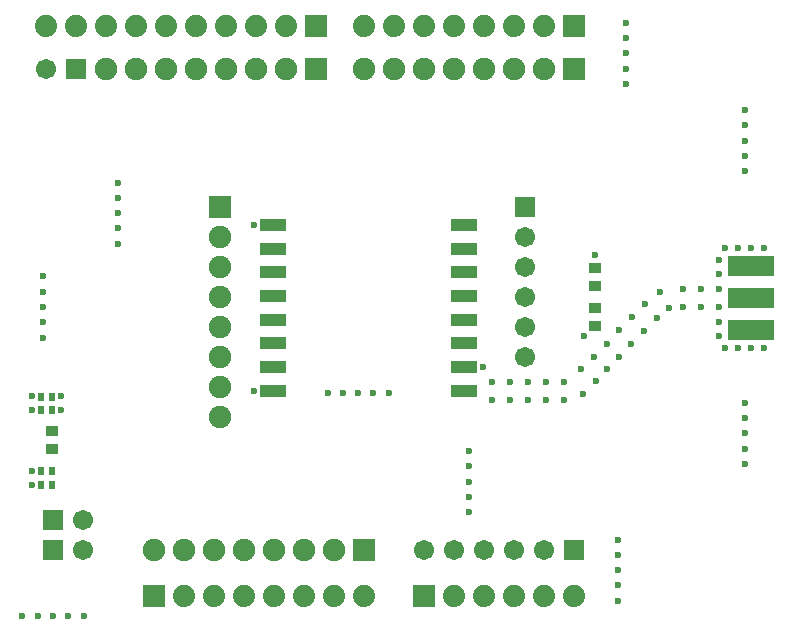
<source format=gts>
G04*
G04 #@! TF.GenerationSoftware,Altium Limited,Altium Designer,25.6.2 (33)*
G04*
G04 Layer_Color=8388736*
%FSLAX44Y44*%
%MOMM*%
G71*
G04*
G04 #@! TF.SameCoordinates,9B6F8C68-430D-48FD-858A-4A9C4FCAB163*
G04*
G04*
G04 #@! TF.FilePolarity,Negative*
G04*
G01*
G75*
%ADD19R,1.0922X0.9652*%
%ADD20R,0.5772X0.7550*%
%ADD21R,3.9032X1.7032*%
%ADD22R,2.2032X1.0032*%
%ADD23R,1.7032X1.7032*%
%ADD24C,1.7032*%
%ADD25R,1.9016X1.9016*%
%ADD26C,1.9016*%
%ADD27R,1.8796X1.8796*%
%ADD28C,1.8796*%
%ADD29R,1.9016X1.9016*%
%ADD30R,1.7032X1.7032*%
%ADD31C,0.6000*%
D19*
X497078Y305308D02*
D03*
X497080Y256286D02*
D03*
X37592Y167640D02*
D03*
Y152400D02*
D03*
X497078Y290068D02*
D03*
X497080Y271526D02*
D03*
D20*
X28314Y133354D02*
D03*
X37712D02*
D03*
X27940Y185166D02*
D03*
X37338D02*
D03*
X27940Y196596D02*
D03*
X37338D02*
D03*
X28314Y121924D02*
D03*
X37712D02*
D03*
D21*
X629428Y307162D02*
D03*
Y280162D02*
D03*
Y253162D02*
D03*
D22*
X386562Y341780D02*
D03*
Y321780D02*
D03*
Y301780D02*
D03*
Y281780D02*
D03*
Y261780D02*
D03*
Y241780D02*
D03*
Y221780D02*
D03*
Y201780D02*
D03*
X224562D02*
D03*
Y221780D02*
D03*
Y241780D02*
D03*
Y261780D02*
D03*
Y281780D02*
D03*
Y301780D02*
D03*
Y321780D02*
D03*
Y341780D02*
D03*
D23*
X437642Y357378D02*
D03*
D24*
Y331978D02*
D03*
Y306578D02*
D03*
Y281178D02*
D03*
Y255778D02*
D03*
Y230378D02*
D03*
X378206Y66913D02*
D03*
X403606D02*
D03*
X454406D02*
D03*
X429006D02*
D03*
X32766Y473964D02*
D03*
X352806Y66913D02*
D03*
X63500Y92202D02*
D03*
Y66802D02*
D03*
D25*
X179832Y356870D02*
D03*
D26*
Y331470D02*
D03*
Y306070D02*
D03*
Y280670D02*
D03*
Y255270D02*
D03*
Y229870D02*
D03*
Y204470D02*
D03*
Y179070D02*
D03*
X302006Y473964D02*
D03*
X124206Y66548D02*
D03*
X454406Y473964D02*
D03*
X429006D02*
D03*
X403606D02*
D03*
X378206D02*
D03*
X352806D02*
D03*
X327406D02*
D03*
X235966D02*
D03*
X210566D02*
D03*
X185166D02*
D03*
X159766D02*
D03*
X134366D02*
D03*
X108966D02*
D03*
X83566D02*
D03*
X175006Y66548D02*
D03*
X225806D02*
D03*
X149606D02*
D03*
X276606D02*
D03*
X251206D02*
D03*
X200406D02*
D03*
D27*
X123952Y27686D02*
D03*
X261112Y510286D02*
D03*
X479552D02*
D03*
X352552Y27686D02*
D03*
D28*
X149352D02*
D03*
X32512Y510286D02*
D03*
X57912D02*
D03*
X301752Y27686D02*
D03*
X174752D02*
D03*
X108712Y510286D02*
D03*
X276352Y27686D02*
D03*
X250952D02*
D03*
X134112Y510286D02*
D03*
X159512D02*
D03*
X184912D02*
D03*
X210312D02*
D03*
X235712D02*
D03*
X301752D02*
D03*
X327152D02*
D03*
X352552D02*
D03*
X377952D02*
D03*
X403352D02*
D03*
X428752D02*
D03*
X454152D02*
D03*
X83312D02*
D03*
X479552Y27686D02*
D03*
X454152D02*
D03*
X428752D02*
D03*
X403352D02*
D03*
X377952D02*
D03*
X225552D02*
D03*
X200152D02*
D03*
D29*
X479806Y473964D02*
D03*
X261366D02*
D03*
X302006Y66548D02*
D03*
D30*
X479806Y66913D02*
D03*
X58166Y473964D02*
D03*
X38100Y92202D02*
D03*
Y66802D02*
D03*
D31*
X487962Y247627D02*
D03*
X409956Y209296D02*
D03*
X425196Y194056D02*
D03*
X440436Y209296D02*
D03*
Y194056D02*
D03*
X425196Y209296D02*
D03*
X409956Y194056D02*
D03*
X497078Y316738D02*
D03*
X45212Y196846D02*
D03*
Y185166D02*
D03*
X390144Y150622D02*
D03*
X322580Y200152D02*
D03*
X309626D02*
D03*
X93218Y339090D02*
D03*
Y326136D02*
D03*
X296672Y200152D02*
D03*
X283718D02*
D03*
X270764D02*
D03*
X390144Y98806D02*
D03*
Y111760D02*
D03*
Y124714D02*
D03*
Y137668D02*
D03*
X30226Y246634D02*
D03*
Y259588D02*
D03*
Y272542D02*
D03*
Y285496D02*
D03*
Y298450D02*
D03*
X93218Y352044D02*
D03*
Y364998D02*
D03*
Y377952D02*
D03*
X523240Y461464D02*
D03*
Y474418D02*
D03*
Y487372D02*
D03*
Y500326D02*
D03*
Y513280D02*
D03*
X624078Y387604D02*
D03*
Y400558D02*
D03*
Y413512D02*
D03*
Y426466D02*
D03*
Y439420D02*
D03*
X624332Y139700D02*
D03*
Y152654D02*
D03*
Y165608D02*
D03*
Y178562D02*
D03*
Y191516D02*
D03*
X516890Y23876D02*
D03*
Y36830D02*
D03*
Y49784D02*
D03*
Y62738D02*
D03*
Y75692D02*
D03*
X64262Y10668D02*
D03*
X51308D02*
D03*
X38354D02*
D03*
X25400D02*
D03*
X12446D02*
D03*
X20454Y196846D02*
D03*
X20155Y185418D02*
D03*
X20828Y133604D02*
D03*
Y122174D02*
D03*
X208788Y341818D02*
D03*
Y201818D02*
D03*
X402336Y221742D02*
D03*
X602234Y300348D02*
D03*
Y312406D02*
D03*
Y248158D02*
D03*
Y260216D02*
D03*
X640588Y237744D02*
D03*
X629428D02*
D03*
X618268D02*
D03*
X607108D02*
D03*
Y322580D02*
D03*
X618268D02*
D03*
X629428D02*
D03*
X640588D02*
D03*
X559562Y271526D02*
D03*
X552450Y285242D02*
D03*
X549910Y263652D02*
D03*
X539750Y275082D02*
D03*
X538988Y252476D02*
D03*
X528828Y263906D02*
D03*
X528066Y241300D02*
D03*
X517906Y252730D02*
D03*
X506984Y241554D02*
D03*
X517144Y230124D02*
D03*
X496062Y230378D02*
D03*
X507238Y220218D02*
D03*
X497840Y209550D02*
D03*
X487172Y198882D02*
D03*
X485394Y219710D02*
D03*
X470916Y209296D02*
D03*
X571754Y287902D02*
D03*
Y272662D02*
D03*
X586994Y287902D02*
D03*
Y272662D02*
D03*
X602234D02*
D03*
Y287902D02*
D03*
X470916Y194056D02*
D03*
X455676D02*
D03*
Y209296D02*
D03*
M02*

</source>
